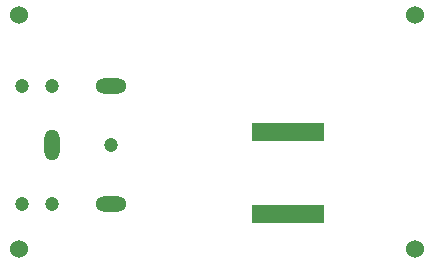
<source format=gbl>
G04*
G04 #@! TF.GenerationSoftware,Altium Limited,Altium Designer,18.1.9 (240)*
G04*
G04 Layer_Physical_Order=2*
G04 Layer_Color=16711680*
%FSLAX25Y25*%
%MOIN*%
G70*
G01*
G75*
%ADD21R,0.24016X0.06299*%
%ADD22C,0.06000*%
%ADD23O,0.05150X0.10299*%
%ADD24O,0.10299X0.05150*%
%ADD25C,0.04724*%
D21*
X252000Y308000D02*
D03*
Y335559D02*
D03*
D22*
X162500Y374250D02*
D03*
X294500Y374500D02*
D03*
Y296500D02*
D03*
X162500D02*
D03*
D23*
X173315Y331000D02*
D03*
D24*
X193000Y311315D02*
D03*
Y350685D02*
D03*
D25*
X163472D02*
D03*
X173315D02*
D03*
X193000Y331000D02*
D03*
X163472Y311315D02*
D03*
X173315D02*
D03*
M02*

</source>
